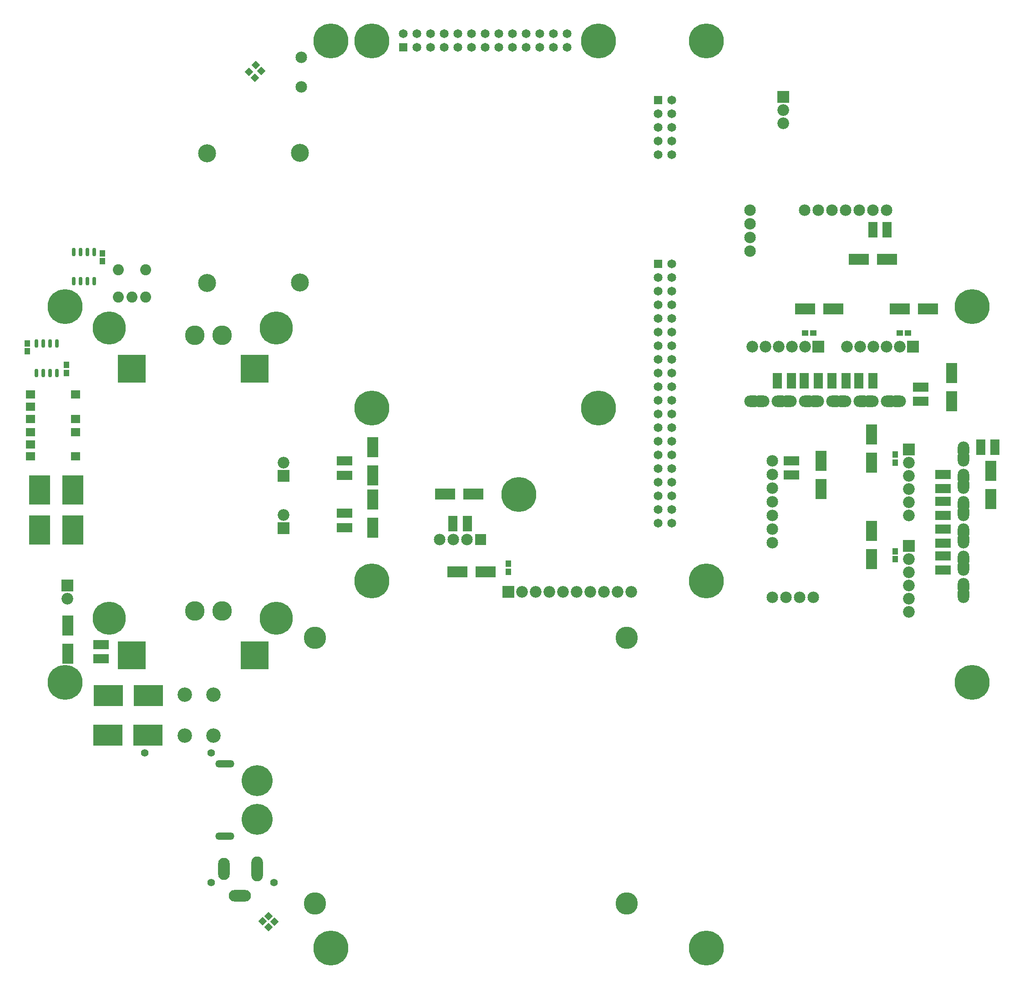
<source format=gts>
G04*
G04 #@! TF.GenerationSoftware,Altium Limited,Altium Designer,22.6.1 (34)*
G04*
G04 Layer_Color=8388736*
%FSLAX44Y44*%
%MOMM*%
G71*
G04*
G04 #@! TF.SameCoordinates,93EC8B6F-EB43-44BE-ACFD-6113DF9B5761*
G04*
G04*
G04 #@! TF.FilePolarity,Negative*
G04*
G01*
G75*
%ADD32R,2.0000X3.7500*%
%ADD33R,3.7500X2.0000*%
%ADD34R,2.9500X1.7000*%
%ADD35R,1.7000X2.9500*%
%ADD36R,1.1000X1.1500*%
%ADD37R,1.1500X1.1000*%
%ADD38P,1.5556X4X90.0*%
%ADD39R,5.4840X3.9600*%
%ADD40R,3.9600X5.4840*%
G04:AMPARAMS|DCode=41|XSize=1.1mm|YSize=1.15mm|CornerRadius=0mm|HoleSize=0mm|Usage=FLASHONLY|Rotation=45.000|XOffset=0mm|YOffset=0mm|HoleType=Round|Shape=Rectangle|*
%AMROTATEDRECTD41*
4,1,4,0.0177,-0.7955,-0.7955,0.0177,-0.0177,0.7955,0.7955,-0.0177,0.0177,-0.7955,0.0*
%
%ADD41ROTATEDRECTD41*%

%ADD42R,1.7500X1.5500*%
%ADD43O,0.7500X1.6000*%
%ADD44C,3.3500*%
%ADD45C,6.5000*%
%ADD46C,1.6500*%
%ADD47R,1.6500X1.6500*%
%ADD48R,1.6500X1.6500*%
%ADD49O,2.1500X4.6500*%
%ADD50O,4.1500X2.1500*%
%ADD51O,2.1500X4.1500*%
%ADD52O,3.5500X1.3500*%
%ADD53C,5.7500*%
%ADD54C,2.1820*%
%ADD55R,2.1820X2.1820*%
%ADD56C,2.1500*%
%ADD57O,3.1500X2.1500*%
%ADD58O,2.1500X3.1500*%
%ADD59R,2.1820X2.1820*%
%ADD60C,2.6900*%
%ADD61R,2.8900X2.8900*%
%ADD62R,2.8900X2.8900*%
%ADD63C,3.6500*%
%ADD64R,2.1500X2.1500*%
%ADD65C,4.1500*%
%ADD66C,2.0500*%
%ADD67C,0.7500*%
%ADD68C,1.4200*%
%ADD69C,6.1500*%
D32*
X85000Y680000D02*
D03*
Y627500D02*
D03*
X652500Y1012500D02*
D03*
Y960000D02*
D03*
Y915000D02*
D03*
Y862500D02*
D03*
X1486321Y934421D02*
D03*
Y986921D02*
D03*
X1729150Y1150150D02*
D03*
Y1097650D02*
D03*
X1802721Y915271D02*
D03*
Y967771D02*
D03*
X1580471Y1035721D02*
D03*
Y983221D02*
D03*
Y856071D02*
D03*
Y803570D02*
D03*
D33*
X840000Y925000D02*
D03*
X787500D02*
D03*
X810000Y780000D02*
D03*
X862500D02*
D03*
X1556879Y1361629D02*
D03*
X1609379Y1361629D02*
D03*
X1685340Y1269100D02*
D03*
X1632840D02*
D03*
X1509500Y1269100D02*
D03*
X1457000D02*
D03*
D34*
X147500Y645000D02*
D03*
Y618500D02*
D03*
X600000Y986500D02*
D03*
Y960000D02*
D03*
X600000Y889000D02*
D03*
Y862500D02*
D03*
X1431321Y960421D02*
D03*
Y986921D02*
D03*
X1672000Y1124150D02*
D03*
Y1097650D02*
D03*
X1713821Y961421D02*
D03*
Y934921D02*
D03*
Y911721D02*
D03*
Y885221D02*
D03*
Y859821D02*
D03*
Y833321D02*
D03*
Y810121D02*
D03*
Y783621D02*
D03*
D35*
X828250Y870000D02*
D03*
X801750D02*
D03*
X1582879Y1416629D02*
D03*
X1609379Y1416629D02*
D03*
X1810171Y1012221D02*
D03*
X1783671D02*
D03*
X1583100Y1135750D02*
D03*
X1556600Y1135750D02*
D03*
X1533400Y1135750D02*
D03*
X1506900Y1135750D02*
D03*
X1481500D02*
D03*
X1455000Y1135750D02*
D03*
X1431800Y1135750D02*
D03*
X1405300Y1135750D02*
D03*
D36*
X905000Y780000D02*
D03*
Y795000D02*
D03*
X1624921Y983221D02*
D03*
Y998221D02*
D03*
Y803570D02*
D03*
Y818570D02*
D03*
X150000Y1373000D02*
D03*
Y1358500D02*
D03*
X10000Y1190500D02*
D03*
Y1205000D02*
D03*
X82500Y1150500D02*
D03*
Y1165000D02*
D03*
D37*
X1632840Y1224650D02*
D03*
X1647840Y1224650D02*
D03*
X1457000D02*
D03*
X1472000D02*
D03*
D38*
X447691Y129600D02*
D03*
X458651Y118640D02*
D03*
X422449Y1710909D02*
D03*
X433409Y1699949D02*
D03*
D39*
X235461Y550000D02*
D03*
X160785D02*
D03*
X159639Y476250D02*
D03*
X234315D02*
D03*
D40*
X32500Y932338D02*
D03*
Y857662D02*
D03*
X95000Y932338D02*
D03*
Y857662D02*
D03*
D41*
X459005Y139500D02*
D03*
X469258Y129247D02*
D03*
X435177Y1722930D02*
D03*
X445430Y1712677D02*
D03*
D42*
X99500Y1065000D02*
D03*
Y1110000D02*
D03*
X15500D02*
D03*
Y1065000D02*
D03*
Y1087500D02*
D03*
Y1017500D02*
D03*
Y995000D02*
D03*
Y1040000D02*
D03*
X99500D02*
D03*
Y995000D02*
D03*
D43*
X65200Y1205000D02*
D03*
X52500D02*
D03*
X39800D02*
D03*
X27100D02*
D03*
X65200Y1150500D02*
D03*
X52500D02*
D03*
X39800D02*
D03*
X27100D02*
D03*
X134050Y1375250D02*
D03*
X121350D02*
D03*
X108650D02*
D03*
X95950D02*
D03*
X134050Y1320750D02*
D03*
X121350D02*
D03*
X108650D02*
D03*
X95950D02*
D03*
D44*
X344250Y1317695D02*
D03*
Y1558995D02*
D03*
X516750Y1318470D02*
D03*
Y1559770D02*
D03*
D45*
X651189Y1767823D02*
D03*
X1273489Y763423D02*
D03*
X651189D02*
D03*
X1273489Y1767823D02*
D03*
X1072829Y1084559D02*
D03*
Y1767818D02*
D03*
X651189Y1767823D02*
D03*
X651189Y1084559D02*
D03*
X574397Y1767823D02*
D03*
X1767823Y574397D02*
D03*
X80063D02*
D03*
Y1273489D02*
D03*
X1273489Y1767823D02*
D03*
X1767823Y1273489D02*
D03*
X1273489Y80063D02*
D03*
X574397D02*
D03*
X923942Y923944D02*
D03*
D46*
X1208889Y1302623D02*
D03*
Y1201022D02*
D03*
Y1175622D02*
D03*
Y1150222D02*
D03*
Y1124822D02*
D03*
Y1099423D02*
D03*
Y1074023D02*
D03*
Y1251823D02*
D03*
Y1226423D02*
D03*
Y1277223D02*
D03*
X1183489Y1328022D02*
D03*
Y1277223D02*
D03*
X1208889Y1328022D02*
D03*
X1183489Y1302623D02*
D03*
X1208889Y1353423D02*
D03*
X1183489Y1251823D02*
D03*
Y1226423D02*
D03*
Y1175622D02*
D03*
Y1150222D02*
D03*
Y1124822D02*
D03*
Y1099423D02*
D03*
Y1074023D02*
D03*
Y1048623D02*
D03*
X1208889D02*
D03*
Y1023223D02*
D03*
Y997822D02*
D03*
X1183489Y1023223D02*
D03*
Y997822D02*
D03*
Y1201022D02*
D03*
X1208889Y972422D02*
D03*
X1183489Y896223D02*
D03*
Y870823D02*
D03*
X1208889Y947022D02*
D03*
Y921622D02*
D03*
Y896223D02*
D03*
Y870823D02*
D03*
X1183489Y972422D02*
D03*
Y947022D02*
D03*
Y921622D02*
D03*
X1183789Y1581923D02*
D03*
Y1632723D02*
D03*
X1209189Y1607323D02*
D03*
Y1632723D02*
D03*
Y1581923D02*
D03*
X1183789Y1607323D02*
D03*
X1209189Y1658123D02*
D03*
X1183789Y1556523D02*
D03*
X1209189D02*
D03*
X735009Y1781791D02*
D03*
X735009Y1756391D02*
D03*
X709609Y1781791D02*
D03*
X989009D02*
D03*
X1014409D02*
D03*
X989009Y1756391D02*
D03*
X1014409D02*
D03*
X862009D02*
D03*
X760409D02*
D03*
X785809D02*
D03*
X811209D02*
D03*
X836609Y1756391D02*
D03*
X862009Y1781791D02*
D03*
X836609D02*
D03*
X785809D02*
D03*
X811209D02*
D03*
X760409D02*
D03*
X963609D02*
D03*
X887409D02*
D03*
X912809D02*
D03*
X938209D02*
D03*
X887409Y1756391D02*
D03*
X912809D02*
D03*
X963609D02*
D03*
X938209D02*
D03*
D47*
X1183489Y1353423D02*
D03*
X1183789Y1658123D02*
D03*
D48*
X709609Y1756391D02*
D03*
D49*
X437500Y227500D02*
D03*
D50*
X405500Y177500D02*
D03*
D51*
X375500Y227500D02*
D03*
D52*
X377522Y287864D02*
D03*
Y422864D02*
D03*
D53*
X437522Y391364D02*
D03*
Y319364D02*
D03*
D54*
X84500Y730250D02*
D03*
X486378Y886116D02*
D03*
Y983616D02*
D03*
X1415872Y1615168D02*
D03*
Y1639668D02*
D03*
X930400Y742500D02*
D03*
X955800D02*
D03*
X981200D02*
D03*
X1006600D02*
D03*
X1032000D02*
D03*
X1057400D02*
D03*
X1082800D02*
D03*
X1108200D02*
D03*
X1133600D02*
D03*
X1534840Y1199250D02*
D03*
X1559340Y1199250D02*
D03*
X1583840D02*
D03*
X1632840Y1199250D02*
D03*
X1608340Y1199250D02*
D03*
X1359000Y1199250D02*
D03*
X1383500D02*
D03*
X1408000D02*
D03*
X1457000Y1199250D02*
D03*
X1432500Y1199250D02*
D03*
X1650321Y885221D02*
D03*
Y909721D02*
D03*
Y934221D02*
D03*
Y983221D02*
D03*
Y958721D02*
D03*
Y705571D02*
D03*
Y730071D02*
D03*
Y754571D02*
D03*
Y803570D02*
D03*
Y779071D02*
D03*
D55*
X84500Y754750D02*
D03*
X486378Y861616D02*
D03*
Y959116D02*
D03*
X1415872Y1664168D02*
D03*
X905000Y742500D02*
D03*
X1650321Y1007721D02*
D03*
Y828071D02*
D03*
D56*
X1456100Y1453250D02*
D03*
X1481500D02*
D03*
X1506900D02*
D03*
X1532300D02*
D03*
X1557700Y1453250D02*
D03*
X1583100Y1453250D02*
D03*
X1608500D02*
D03*
X1354500Y1377050D02*
D03*
X1354500Y1402450D02*
D03*
Y1427850D02*
D03*
Y1453250D02*
D03*
X1396321Y834421D02*
D03*
X1396321Y859821D02*
D03*
X1396321Y885221D02*
D03*
Y910621D02*
D03*
Y936021D02*
D03*
Y961421D02*
D03*
Y986821D02*
D03*
X1472521Y732821D02*
D03*
X1447121D02*
D03*
X1421721D02*
D03*
X1396321Y732821D02*
D03*
X520000Y1682500D02*
D03*
Y1737500D02*
D03*
X776700Y840000D02*
D03*
X802100D02*
D03*
X827500D02*
D03*
D57*
X1359600Y1097650D02*
D03*
X1374800Y1097650D02*
D03*
X1410400D02*
D03*
X1425600D02*
D03*
X1461200Y1097650D02*
D03*
X1476400Y1097650D02*
D03*
X1512000D02*
D03*
X1527200D02*
D03*
X1562800D02*
D03*
X1578000Y1097650D02*
D03*
X1613600Y1097650D02*
D03*
X1628800D02*
D03*
D58*
X1751921Y737921D02*
D03*
Y753121D02*
D03*
Y788721D02*
D03*
Y803921D02*
D03*
X1751921Y839521D02*
D03*
X1751921Y854721D02*
D03*
Y890321D02*
D03*
Y905521D02*
D03*
X1751921Y941121D02*
D03*
X1751921Y956321D02*
D03*
Y991921D02*
D03*
Y1007121D02*
D03*
D59*
X1657340Y1199250D02*
D03*
X1481500D02*
D03*
D60*
X302500Y475000D02*
D03*
X355840D02*
D03*
X302500Y551200D02*
D03*
X355840D02*
D03*
D61*
X444400Y1146500D02*
D03*
X421000Y1169900D02*
D03*
X215800Y1146500D02*
D03*
X192400Y1169900D02*
D03*
X421000Y636500D02*
D03*
X444400Y613100D02*
D03*
X192400Y636500D02*
D03*
X215800Y613100D02*
D03*
D62*
X444400Y1169900D02*
D03*
X421000Y1146500D02*
D03*
X215800Y1169900D02*
D03*
X192400Y1146500D02*
D03*
X421000Y613100D02*
D03*
X444400Y636500D02*
D03*
X215800D02*
D03*
X192400Y613100D02*
D03*
D63*
X372500Y1220500D02*
D03*
X321700D02*
D03*
X372500Y707500D02*
D03*
X321700D02*
D03*
D64*
X852900Y840000D02*
D03*
D65*
X545000Y162500D02*
D03*
X1125000D02*
D03*
X545000Y657500D02*
D03*
X1125000D02*
D03*
D66*
X204600Y1291700D02*
D03*
X230000D02*
D03*
X179200D02*
D03*
Y1342500D02*
D03*
X230000D02*
D03*
D67*
X180000Y467500D02*
D03*
X170000D02*
D03*
X160000D02*
D03*
X150000D02*
D03*
X140000D02*
D03*
X180000Y477500D02*
D03*
X170000D02*
D03*
X160000D02*
D03*
X150000D02*
D03*
X140000D02*
D03*
Y487500D02*
D03*
X150000D02*
D03*
X160000D02*
D03*
X170000D02*
D03*
X180000D02*
D03*
D68*
X228600Y443230D02*
D03*
X351790D02*
D03*
X468630Y201930D02*
D03*
X351790D02*
D03*
D69*
X162740Y693700D02*
D03*
X472740D02*
D03*
Y1233700D02*
D03*
X162740D02*
D03*
M02*

</source>
